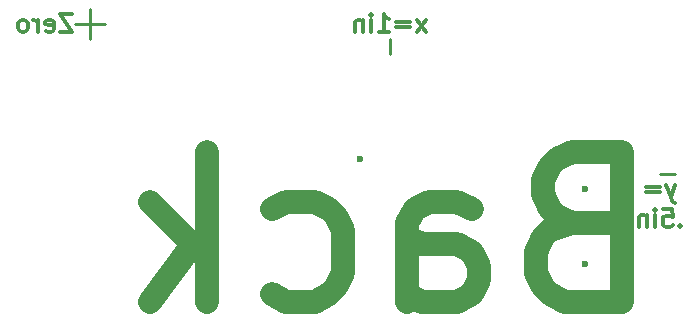
<source format=gbr>
G04 #@! TF.GenerationSoftware,KiCad,Pcbnew,5.0.2+dfsg1-1*
G04 #@! TF.CreationDate,2021-04-08T14:27:20-06:00*
G04 #@! TF.ProjectId,example_board,6578616d-706c-4655-9f62-6f6172642e6b,rev?*
G04 #@! TF.SameCoordinates,Original*
G04 #@! TF.FileFunction,Copper,L2,Bot*
G04 #@! TF.FilePolarity,Positive*
%FSLAX46Y46*%
G04 Gerber Fmt 4.6, Leading zero omitted, Abs format (unit mm)*
G04 Created by KiCad (PCBNEW 5.0.2+dfsg1-1) date Thu 08 Apr 2021 02:27:20 PM MDT*
%MOMM*%
%LPD*%
G01*
G04 APERTURE LIST*
G04 #@! TA.AperFunction,NonConductor*
%ADD10C,0.300000*%
G04 #@! TD*
G04 #@! TA.AperFunction,NonConductor*
%ADD11C,2.000000*%
G04 #@! TD*
G04 #@! TA.AperFunction,ViaPad*
%ADD12C,0.600000*%
G04 #@! TD*
G04 #@! TA.AperFunction,Conductor*
%ADD13C,0.250000*%
G04 #@! TD*
G04 APERTURE END LIST*
D10*
X49545714Y-13643571D02*
X49188571Y-14643571D01*
X48831428Y-13643571D02*
X49188571Y-14643571D01*
X49331428Y-15000714D01*
X49402857Y-15072142D01*
X49545714Y-15143571D01*
X48260000Y-13857857D02*
X47117142Y-13857857D01*
X47117142Y-14286428D02*
X48260000Y-14286428D01*
X50010000Y-17050714D02*
X49938571Y-17122142D01*
X50010000Y-17193571D01*
X50081428Y-17122142D01*
X50010000Y-17050714D01*
X50010000Y-17193571D01*
X48581428Y-15693571D02*
X49295714Y-15693571D01*
X49367142Y-16407857D01*
X49295714Y-16336428D01*
X49152857Y-16265000D01*
X48795714Y-16265000D01*
X48652857Y-16336428D01*
X48581428Y-16407857D01*
X48510000Y-16550714D01*
X48510000Y-16907857D01*
X48581428Y-17050714D01*
X48652857Y-17122142D01*
X48795714Y-17193571D01*
X49152857Y-17193571D01*
X49295714Y-17122142D01*
X49367142Y-17050714D01*
X47867142Y-17193571D02*
X47867142Y-16193571D01*
X47867142Y-15693571D02*
X47938571Y-15765000D01*
X47867142Y-15836428D01*
X47795714Y-15765000D01*
X47867142Y-15693571D01*
X47867142Y-15836428D01*
X47152857Y-16193571D02*
X47152857Y-17193571D01*
X47152857Y-16336428D02*
X47081428Y-16265000D01*
X46938571Y-16193571D01*
X46724285Y-16193571D01*
X46581428Y-16265000D01*
X46510000Y-16407857D01*
X46510000Y-17193571D01*
X28471428Y-678571D02*
X27685714Y321428D01*
X28471428Y321428D02*
X27685714Y-678571D01*
X27114285Y107142D02*
X25971428Y107142D01*
X25971428Y-321428D02*
X27114285Y-321428D01*
X24471428Y-678571D02*
X25328571Y-678571D01*
X24900000Y-678571D02*
X24900000Y821428D01*
X25042857Y607142D01*
X25185714Y464285D01*
X25328571Y392857D01*
X23828571Y-678571D02*
X23828571Y321428D01*
X23828571Y821428D02*
X23900000Y750000D01*
X23828571Y678571D01*
X23757142Y750000D01*
X23828571Y821428D01*
X23828571Y678571D01*
X23114285Y321428D02*
X23114285Y-678571D01*
X23114285Y178571D02*
X23042857Y250000D01*
X22900000Y321428D01*
X22685714Y321428D01*
X22542857Y250000D01*
X22471428Y107142D01*
X22471428Y-678571D01*
X-1524285Y821428D02*
X-2524285Y821428D01*
X-1524285Y-678571D01*
X-2524285Y-678571D01*
X-3667142Y-607142D02*
X-3524285Y-678571D01*
X-3238571Y-678571D01*
X-3095714Y-607142D01*
X-3024285Y-464285D01*
X-3024285Y107142D01*
X-3095714Y250000D01*
X-3238571Y321428D01*
X-3524285Y321428D01*
X-3667142Y250000D01*
X-3738571Y107142D01*
X-3738571Y-35714D01*
X-3024285Y-178571D01*
X-4381428Y-678571D02*
X-4381428Y321428D01*
X-4381428Y35714D02*
X-4452857Y178571D01*
X-4524285Y250000D01*
X-4667142Y321428D01*
X-4809999Y321428D01*
X-5524285Y-678571D02*
X-5381428Y-607142D01*
X-5309999Y-535714D01*
X-5238571Y-392857D01*
X-5238571Y35714D01*
X-5309999Y178571D01*
X-5381428Y250000D01*
X-5524285Y321428D01*
X-5738571Y321428D01*
X-5881428Y250000D01*
X-5952857Y178571D01*
X-6024285Y35714D01*
X-6024285Y-392857D01*
X-5952857Y-535714D01*
X-5881428Y-607142D01*
X-5738571Y-678571D01*
X-5524285Y-678571D01*
D11*
X40821428Y-16872857D02*
X39007142Y-17477619D01*
X38402380Y-18082380D01*
X37797619Y-19291904D01*
X37797619Y-21106190D01*
X38402380Y-22315714D01*
X39007142Y-22920476D01*
X40216666Y-23525238D01*
X45054761Y-23525238D01*
X45054761Y-10825238D01*
X40821428Y-10825238D01*
X39611904Y-11430000D01*
X39007142Y-12034761D01*
X38402380Y-13244285D01*
X38402380Y-14453809D01*
X39007142Y-15663333D01*
X39611904Y-16268095D01*
X40821428Y-16872857D01*
X45054761Y-16872857D01*
X26911904Y-23525238D02*
X26911904Y-16872857D01*
X27516666Y-15663333D01*
X28726190Y-15058571D01*
X31145238Y-15058571D01*
X32354761Y-15663333D01*
X26911904Y-22920476D02*
X28121428Y-23525238D01*
X31145238Y-23525238D01*
X32354761Y-22920476D01*
X32959523Y-21710952D01*
X32959523Y-20501428D01*
X32354761Y-19291904D01*
X31145238Y-18687142D01*
X28121428Y-18687142D01*
X26911904Y-18082380D01*
X15421428Y-22920476D02*
X16630952Y-23525238D01*
X19050000Y-23525238D01*
X20259523Y-22920476D01*
X20864285Y-22315714D01*
X21469047Y-21106190D01*
X21469047Y-17477619D01*
X20864285Y-16268095D01*
X20259523Y-15663333D01*
X19050000Y-15058571D01*
X16630952Y-15058571D01*
X15421428Y-15663333D01*
X9978571Y-23525238D02*
X9978571Y-10825238D01*
X8769047Y-18687142D02*
X5140476Y-23525238D01*
X5140476Y-15058571D02*
X9978571Y-19896666D01*
D12*
G04 #@! TO.N,*
X22860000Y-11430000D03*
X41910000Y-13970000D03*
X41910000Y-20320000D03*
G04 #@! TD*
D13*
G04 #@! TO.N,*
X0Y1270000D02*
X0Y-1270000D01*
X-1270000Y0D02*
X1270000Y0D01*
X25400000Y-1270000D02*
X25400000Y-2540000D01*
X48260000Y-12700000D02*
X49530000Y-12700000D01*
G04 #@! TD*
M02*

</source>
